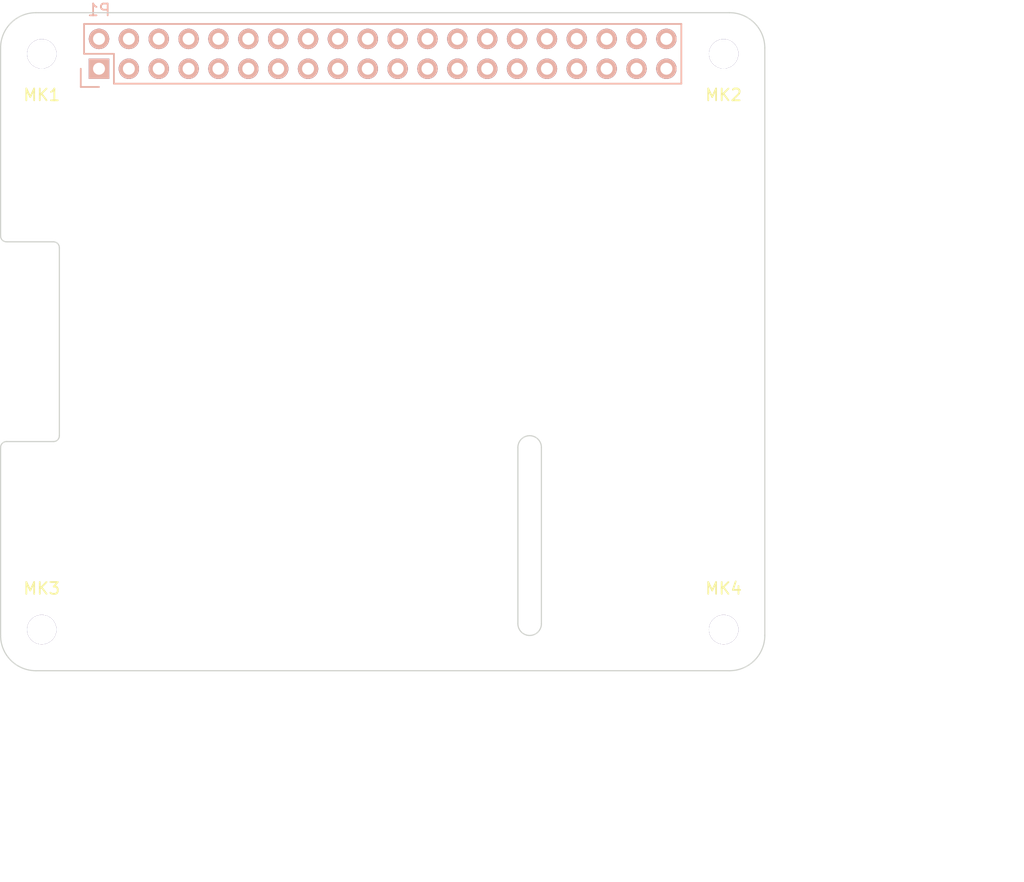
<source format=kicad_pcb>
(kicad_pcb (version 4) (host pcbnew 4.0.6)

  (general
    (links 10)
    (no_connects 10)
    (area 199.949999 92.155 287.050001 168.06)
    (thickness 1.6)
    (drawings 39)
    (tracks 0)
    (zones 0)
    (modules 5)
    (nets 31)
  )

  (page A3)
  (title_block
    (date "15 nov 2012")
  )

  (layers
    (0 F.Cu signal)
    (31 B.Cu signal)
    (32 B.Adhes user)
    (33 F.Adhes user)
    (34 B.Paste user)
    (35 F.Paste user)
    (36 B.SilkS user)
    (37 F.SilkS user)
    (38 B.Mask user)
    (39 F.Mask user)
    (40 Dwgs.User user)
    (41 Cmts.User user)
    (42 Eco1.User user)
    (43 Eco2.User user)
    (44 Edge.Cuts user)
  )

  (setup
    (last_trace_width 0.2)
    (trace_clearance 0.2)
    (zone_clearance 0.508)
    (zone_45_only no)
    (trace_min 0.1524)
    (segment_width 0.1)
    (edge_width 0.1)
    (via_size 0.9)
    (via_drill 0.6)
    (via_min_size 0.8)
    (via_min_drill 0.5)
    (uvia_size 0.5)
    (uvia_drill 0.1)
    (uvias_allowed no)
    (uvia_min_size 0.5)
    (uvia_min_drill 0.1)
    (pcb_text_width 0.3)
    (pcb_text_size 1 1)
    (mod_edge_width 0.15)
    (mod_text_size 1 1)
    (mod_text_width 0.15)
    (pad_size 2.5 2.5)
    (pad_drill 2.5)
    (pad_to_mask_clearance 0)
    (aux_axis_origin 200 150)
    (grid_origin 200 150)
    (visible_elements 7FFFFFFF)
    (pcbplotparams
      (layerselection 0x00030_80000001)
      (usegerberextensions true)
      (excludeedgelayer true)
      (linewidth 0.150000)
      (plotframeref false)
      (viasonmask false)
      (mode 1)
      (useauxorigin false)
      (hpglpennumber 1)
      (hpglpenspeed 20)
      (hpglpendiameter 15)
      (hpglpenoverlay 2)
      (psnegative false)
      (psa4output false)
      (plotreference true)
      (plotvalue true)
      (plotinvisibletext false)
      (padsonsilk false)
      (subtractmaskfromsilk false)
      (outputformat 1)
      (mirror false)
      (drillshape 1)
      (scaleselection 1)
      (outputdirectory ""))
  )

  (net 0 "")
  (net 1 +3V3)
  (net 2 +5V)
  (net 3 GND)
  (net 4 /ID_SD)
  (net 5 /ID_SC)
  (net 6 /GPIO5)
  (net 7 /GPIO6)
  (net 8 /GPIO12)
  (net 9 /GPIO13)
  (net 10 /GPIO19)
  (net 11 /GPIO20)
  (net 12 /GPIO26)
  (net 13 /GPIO21)
  (net 14 "/GPIO2(SDA1)")
  (net 15 "/GPIO3(SCL1)")
  (net 16 "/GPIO4(GCLK)")
  (net 17 "/GPIO14(TXD0)")
  (net 18 "/GPIO15(RXD0)")
  (net 19 "/GPIO17(GEN0)")
  (net 20 "/GPIO18(GEN1)")
  (net 21 "/GPIO27(GEN2)")
  (net 22 "/GPIO22(GEN3)")
  (net 23 "/GPIO23(GEN4)")
  (net 24 "/GPIO24(GEN5)")
  (net 25 "/GPIO10(SPI_MOSI)")
  (net 26 "/GPIO9(SPI_MISO)")
  (net 27 "/GPIO25(GEN6)")
  (net 28 "/GPIO11(SPI_CLK)")
  (net 29 "/GPIO8(SPI_CE0_N)")
  (net 30 "/GPIO7(SPI_CE1_N)")

  (net_class Default "This is the default net class."
    (clearance 0.2)
    (trace_width 0.2)
    (via_dia 0.9)
    (via_drill 0.6)
    (uvia_dia 0.5)
    (uvia_drill 0.1)
    (add_net +3V3)
    (add_net +5V)
    (add_net "/GPIO10(SPI_MOSI)")
    (add_net "/GPIO11(SPI_CLK)")
    (add_net /GPIO12)
    (add_net /GPIO13)
    (add_net "/GPIO14(TXD0)")
    (add_net "/GPIO15(RXD0)")
    (add_net "/GPIO17(GEN0)")
    (add_net "/GPIO18(GEN1)")
    (add_net /GPIO19)
    (add_net "/GPIO2(SDA1)")
    (add_net /GPIO20)
    (add_net /GPIO21)
    (add_net "/GPIO22(GEN3)")
    (add_net "/GPIO23(GEN4)")
    (add_net "/GPIO24(GEN5)")
    (add_net "/GPIO25(GEN6)")
    (add_net /GPIO26)
    (add_net "/GPIO27(GEN2)")
    (add_net "/GPIO3(SCL1)")
    (add_net "/GPIO4(GCLK)")
    (add_net /GPIO5)
    (add_net /GPIO6)
    (add_net "/GPIO7(SPI_CE1_N)")
    (add_net "/GPIO8(SPI_CE0_N)")
    (add_net "/GPIO9(SPI_MISO)")
    (add_net /ID_SC)
    (add_net /ID_SD)
    (add_net GND)
  )

  (net_class Power ""
    (clearance 0.2)
    (trace_width 0.5)
    (via_dia 1)
    (via_drill 0.7)
    (uvia_dia 0.5)
    (uvia_drill 0.1)
  )

  (module Mounting_Holes:MountingHole_2-5mm (layer F.Cu) (tedit 5834FC00) (tstamp 580CBA7A)
    (at 203.5 97.5 180)
    (descr "Mounting hole, Befestigungsbohrung, 2,5mm, No Annular, Kein Restring,")
    (tags "Mounting hole, Befestigungsbohrung, 2,5mm, No Annular, Kein Restring,")
    (path /5834FB2E)
    (fp_text reference MK1 (at 0 -3.50012 180) (layer F.SilkS)
      (effects (font (size 1 1) (thickness 0.15)))
    )
    (fp_text value M2.5 (at 0.09906 3.59918 180) (layer F.Fab)
      (effects (font (size 1 1) (thickness 0.15)))
    )
    (fp_circle (center 0 0) (end 2.5 0) (layer Cmts.User) (width 0.381))
    (pad 1 thru_hole circle (at 0 0 180) (size 2.5 2.5) (drill 2.5) (layers *.Cu *.Mask)
      (solder_mask_margin 1.25) (clearance 1.35))
  )

  (module Mounting_Holes:MountingHole_2-5mm (layer F.Cu) (tedit 5834FC0B) (tstamp 580CBAAE)
    (at 261.5 97.5 180)
    (descr "Mounting hole, Befestigungsbohrung, 2,5mm, No Annular, Kein Restring,")
    (tags "Mounting hole, Befestigungsbohrung, 2,5mm, No Annular, Kein Restring,")
    (path /5834FC19)
    (fp_text reference MK2 (at 0 -3.50012 180) (layer F.SilkS)
      (effects (font (size 1 1) (thickness 0.15)))
    )
    (fp_text value M2.5 (at 0.09906 3.59918 180) (layer F.Fab)
      (effects (font (size 1 1) (thickness 0.15)))
    )
    (fp_circle (center 0 0) (end 2.5 0) (layer Cmts.User) (width 0.381))
    (pad 1 thru_hole circle (at 0 0 180) (size 2.5 2.5) (drill 2.5) (layers *.Cu *.Mask)
      (solder_mask_margin 1.25) (clearance 1.35))
  )

  (module Mounting_Holes:MountingHole_2-5mm (layer F.Cu) (tedit 5834FC1C) (tstamp 580CBAC8)
    (at 203.5 146.5)
    (descr "Mounting hole, Befestigungsbohrung, 2,5mm, No Annular, Kein Restring,")
    (tags "Mounting hole, Befestigungsbohrung, 2,5mm, No Annular, Kein Restring,")
    (path /5834FBEF)
    (fp_text reference MK3 (at 0 -3.50012) (layer F.SilkS)
      (effects (font (size 1 1) (thickness 0.15)))
    )
    (fp_text value M2.5 (at 0.09906 3.59918) (layer F.Fab)
      (effects (font (size 1 1) (thickness 0.15)))
    )
    (fp_circle (center 0 0) (end 2.5 0) (layer Cmts.User) (width 0.381))
    (pad 1 thru_hole circle (at 0 0) (size 2.5 2.5) (drill 2.5) (layers *.Cu *.Mask)
      (solder_mask_margin 1.25) (clearance 1.35))
  )

  (module Socket_Strips:Socket_Strip_Straight_2x20 (layer B.Cu) (tedit 580C0D63) (tstamp 580C7F66)
    (at 208.37 98.77)
    (descr "Through hole socket strip")
    (tags "socket strip")
    (path /580C18BB)
    (fp_text reference P1 (at 0 -5.002) (layer B.SilkS)
      (effects (font (size 1 1) (thickness 0.15)) (justify mirror))
    )
    (fp_text value CONN_02X20 (at 0 3.1) (layer B.Fab)
      (effects (font (size 1 1) (thickness 0.15)) (justify mirror))
    )
    (fp_line (start -1.75 1.75) (end -1.75 -4.3) (layer B.CrtYd) (width 0.05))
    (fp_line (start 50.05 1.75) (end 50.05 -4.3) (layer B.CrtYd) (width 0.05))
    (fp_line (start -1.75 1.75) (end 50.05 1.75) (layer B.CrtYd) (width 0.05))
    (fp_line (start -1.75 -4.3) (end 50.05 -4.3) (layer B.CrtYd) (width 0.05))
    (fp_line (start 49.53 -3.81) (end -1.27 -3.81) (layer B.SilkS) (width 0.15))
    (fp_line (start 1.27 1.27) (end 49.53 1.27) (layer B.SilkS) (width 0.15))
    (fp_line (start 49.53 -3.81) (end 49.53 1.27) (layer B.SilkS) (width 0.15))
    (fp_line (start -1.27 -3.81) (end -1.27 -1.27) (layer B.SilkS) (width 0.15))
    (fp_line (start 0 1.55) (end -1.55 1.55) (layer B.SilkS) (width 0.15))
    (fp_line (start -1.27 -1.27) (end 1.27 -1.27) (layer B.SilkS) (width 0.15))
    (fp_line (start 1.27 -1.27) (end 1.27 1.27) (layer B.SilkS) (width 0.15))
    (fp_line (start -1.55 1.55) (end -1.55 0) (layer B.SilkS) (width 0.15))
    (pad 1 thru_hole rect (at 0 0) (size 1.7272 1.7272) (drill 1.016) (layers *.Cu *.Mask B.SilkS)
      (net 1 +3V3))
    (pad 2 thru_hole oval (at 0 -2.54) (size 1.7272 1.7272) (drill 1.016) (layers *.Cu *.Mask B.SilkS)
      (net 2 +5V))
    (pad 3 thru_hole oval (at 2.54 0) (size 1.7272 1.7272) (drill 1.016) (layers *.Cu *.Mask B.SilkS)
      (net 14 "/GPIO2(SDA1)"))
    (pad 4 thru_hole oval (at 2.54 -2.54) (size 1.7272 1.7272) (drill 1.016) (layers *.Cu *.Mask B.SilkS)
      (net 2 +5V))
    (pad 5 thru_hole oval (at 5.08 0) (size 1.7272 1.7272) (drill 1.016) (layers *.Cu *.Mask B.SilkS)
      (net 15 "/GPIO3(SCL1)"))
    (pad 6 thru_hole oval (at 5.08 -2.54) (size 1.7272 1.7272) (drill 1.016) (layers *.Cu *.Mask B.SilkS)
      (net 3 GND))
    (pad 7 thru_hole oval (at 7.62 0) (size 1.7272 1.7272) (drill 1.016) (layers *.Cu *.Mask B.SilkS)
      (net 16 "/GPIO4(GCLK)"))
    (pad 8 thru_hole oval (at 7.62 -2.54) (size 1.7272 1.7272) (drill 1.016) (layers *.Cu *.Mask B.SilkS)
      (net 17 "/GPIO14(TXD0)"))
    (pad 9 thru_hole oval (at 10.16 0) (size 1.7272 1.7272) (drill 1.016) (layers *.Cu *.Mask B.SilkS)
      (net 3 GND))
    (pad 10 thru_hole oval (at 10.16 -2.54) (size 1.7272 1.7272) (drill 1.016) (layers *.Cu *.Mask B.SilkS)
      (net 18 "/GPIO15(RXD0)"))
    (pad 11 thru_hole oval (at 12.7 0) (size 1.7272 1.7272) (drill 1.016) (layers *.Cu *.Mask B.SilkS)
      (net 19 "/GPIO17(GEN0)"))
    (pad 12 thru_hole oval (at 12.7 -2.54) (size 1.7272 1.7272) (drill 1.016) (layers *.Cu *.Mask B.SilkS)
      (net 20 "/GPIO18(GEN1)"))
    (pad 13 thru_hole oval (at 15.24 0) (size 1.7272 1.7272) (drill 1.016) (layers *.Cu *.Mask B.SilkS)
      (net 21 "/GPIO27(GEN2)"))
    (pad 14 thru_hole oval (at 15.24 -2.54) (size 1.7272 1.7272) (drill 1.016) (layers *.Cu *.Mask B.SilkS)
      (net 3 GND))
    (pad 15 thru_hole oval (at 17.78 0) (size 1.7272 1.7272) (drill 1.016) (layers *.Cu *.Mask B.SilkS)
      (net 22 "/GPIO22(GEN3)"))
    (pad 16 thru_hole oval (at 17.78 -2.54) (size 1.7272 1.7272) (drill 1.016) (layers *.Cu *.Mask B.SilkS)
      (net 23 "/GPIO23(GEN4)"))
    (pad 17 thru_hole oval (at 20.32 0) (size 1.7272 1.7272) (drill 1.016) (layers *.Cu *.Mask B.SilkS)
      (net 1 +3V3))
    (pad 18 thru_hole oval (at 20.32 -2.54) (size 1.7272 1.7272) (drill 1.016) (layers *.Cu *.Mask B.SilkS)
      (net 24 "/GPIO24(GEN5)"))
    (pad 19 thru_hole oval (at 22.86 0) (size 1.7272 1.7272) (drill 1.016) (layers *.Cu *.Mask B.SilkS)
      (net 25 "/GPIO10(SPI_MOSI)"))
    (pad 20 thru_hole oval (at 22.86 -2.54) (size 1.7272 1.7272) (drill 1.016) (layers *.Cu *.Mask B.SilkS)
      (net 3 GND))
    (pad 21 thru_hole oval (at 25.4 0) (size 1.7272 1.7272) (drill 1.016) (layers *.Cu *.Mask B.SilkS)
      (net 26 "/GPIO9(SPI_MISO)"))
    (pad 22 thru_hole oval (at 25.4 -2.54) (size 1.7272 1.7272) (drill 1.016) (layers *.Cu *.Mask B.SilkS)
      (net 27 "/GPIO25(GEN6)"))
    (pad 23 thru_hole oval (at 27.94 0) (size 1.7272 1.7272) (drill 1.016) (layers *.Cu *.Mask B.SilkS)
      (net 28 "/GPIO11(SPI_CLK)"))
    (pad 24 thru_hole oval (at 27.94 -2.54) (size 1.7272 1.7272) (drill 1.016) (layers *.Cu *.Mask B.SilkS)
      (net 29 "/GPIO8(SPI_CE0_N)"))
    (pad 25 thru_hole oval (at 30.48 0) (size 1.7272 1.7272) (drill 1.016) (layers *.Cu *.Mask B.SilkS)
      (net 3 GND))
    (pad 26 thru_hole oval (at 30.48 -2.54) (size 1.7272 1.7272) (drill 1.016) (layers *.Cu *.Mask B.SilkS)
      (net 30 "/GPIO7(SPI_CE1_N)"))
    (pad 27 thru_hole oval (at 33.02 0) (size 1.7272 1.7272) (drill 1.016) (layers *.Cu *.Mask B.SilkS)
      (net 4 /ID_SD))
    (pad 28 thru_hole oval (at 33.02 -2.54) (size 1.7272 1.7272) (drill 1.016) (layers *.Cu *.Mask B.SilkS)
      (net 5 /ID_SC))
    (pad 29 thru_hole oval (at 35.56 0) (size 1.7272 1.7272) (drill 1.016) (layers *.Cu *.Mask B.SilkS)
      (net 6 /GPIO5))
    (pad 30 thru_hole oval (at 35.56 -2.54) (size 1.7272 1.7272) (drill 1.016) (layers *.Cu *.Mask B.SilkS)
      (net 3 GND))
    (pad 31 thru_hole oval (at 38.1 0) (size 1.7272 1.7272) (drill 1.016) (layers *.Cu *.Mask B.SilkS)
      (net 7 /GPIO6))
    (pad 32 thru_hole oval (at 38.1 -2.54) (size 1.7272 1.7272) (drill 1.016) (layers *.Cu *.Mask B.SilkS)
      (net 8 /GPIO12))
    (pad 33 thru_hole oval (at 40.64 0) (size 1.7272 1.7272) (drill 1.016) (layers *.Cu *.Mask B.SilkS)
      (net 9 /GPIO13))
    (pad 34 thru_hole oval (at 40.64 -2.54) (size 1.7272 1.7272) (drill 1.016) (layers *.Cu *.Mask B.SilkS)
      (net 3 GND))
    (pad 35 thru_hole oval (at 43.18 0) (size 1.7272 1.7272) (drill 1.016) (layers *.Cu *.Mask B.SilkS)
      (net 10 /GPIO19))
    (pad 36 thru_hole oval (at 43.18 -2.54) (size 1.7272 1.7272) (drill 1.016) (layers *.Cu *.Mask B.SilkS)
      (net 11 /GPIO20))
    (pad 37 thru_hole oval (at 45.72 0) (size 1.7272 1.7272) (drill 1.016) (layers *.Cu *.Mask B.SilkS)
      (net 12 /GPIO26))
    (pad 38 thru_hole oval (at 45.72 -2.54) (size 1.7272 1.7272) (drill 1.016) (layers *.Cu *.Mask B.SilkS)
      (net 13 /GPIO21))
    (pad 39 thru_hole oval (at 48.26 0) (size 1.7272 1.7272) (drill 1.016) (layers *.Cu *.Mask B.SilkS)
      (net 3 GND))
    (pad 40 thru_hole oval (at 48.26 -2.54) (size 1.7272 1.7272) (drill 1.016) (layers *.Cu *.Mask B.SilkS)
      (net 3 GND))
    (model Socket_Strips.3dshapes/Socket_Strip_Straight_2x20.wrl
      (at (xyz 0.95 -0.05 0))
      (scale (xyz 1 1 1))
      (rotate (xyz 0 0 180))
    )
  )

  (module Mounting_Holes:MountingHole_2-5mm (layer F.Cu) (tedit 5834FC15) (tstamp 580CBAD7)
    (at 261.5 146.5)
    (descr "Mounting hole, Befestigungsbohrung, 2,5mm, No Annular, Kein Restring,")
    (tags "Mounting hole, Befestigungsbohrung, 2,5mm, No Annular, Kein Restring,")
    (path /5834FC4F)
    (fp_text reference MK4 (at 0 -3.50012) (layer F.SilkS)
      (effects (font (size 1 1) (thickness 0.15)))
    )
    (fp_text value M2.5 (at 0.09906 3.59918) (layer F.Fab)
      (effects (font (size 1 1) (thickness 0.15)))
    )
    (fp_circle (center 0 0) (end 2.5 0) (layer Cmts.User) (width 0.381))
    (pad 1 thru_hole circle (at 0 0) (size 2.5 2.5) (drill 2.5) (layers *.Cu *.Mask)
      (solder_mask_margin 1.25) (clearance 1.35))
  )

  (gr_line (start 244 146) (end 244 131) (layer Edge.Cuts) (width 0.1))
  (gr_line (start 246 131) (end 246 146) (layer Edge.Cuts) (width 0.1))
  (gr_arc (start 245 131) (end 244 131) (angle 180) (layer Edge.Cuts) (width 0.1))
  (gr_arc (start 245 146) (end 246 146) (angle 180) (layer Edge.Cuts) (width 0.1))
  (gr_arc (start 200.5 131) (end 200 131) (angle 89.9) (layer Edge.Cuts) (width 0.1))
  (gr_arc (start 204.5 130) (end 205 130) (angle 90) (layer Edge.Cuts) (width 0.1))
  (gr_arc (start 200.5 113) (end 200.5 113.5) (angle 90) (layer Edge.Cuts) (width 0.1))
  (gr_arc (start 204.5 114) (end 204.5 113.5) (angle 90) (layer Edge.Cuts) (width 0.1))
  (gr_line (start 200 113) (end 200 131) (layer Dwgs.User) (width 0.1))
  (gr_line (start 200 97) (end 200 113) (layer Edge.Cuts) (width 0.1))
  (gr_text DISPLAY (at 202.5 122 90) (layer Dwgs.User) (tstamp 580CBBFF)
    (effects (font (size 1 1) (thickness 0.15)))
  )
  (gr_text CAMERA (at 245 139 90) (layer Dwgs.User)
    (effects (font (size 1 1) (thickness 0.15)))
  )
  (gr_text RJ45 (at 276.2 139.84) (layer Dwgs.User) (tstamp 580CBBEB)
    (effects (font (size 2 2) (thickness 0.15)))
  )
  (gr_text USB (at 277.724 121.552) (layer Dwgs.User) (tstamp 580CBBE9)
    (effects (font (size 2 2) (thickness 0.15)))
  )
  (gr_text USB (at 278.232 102.248) (layer Dwgs.User)
    (effects (font (size 2 2) (thickness 0.15)))
  )
  (gr_arc (start 262 97) (end 262 94) (angle 90) (layer Edge.Cuts) (width 0.1))
  (gr_arc (start 262 147) (end 265 147) (angle 90) (layer Edge.Cuts) (width 0.1))
  (gr_arc (start 203 147) (end 203 150) (angle 90) (layer Edge.Cuts) (width 0.1))
  (gr_arc (start 203 97) (end 200 97) (angle 90) (layer Edge.Cuts) (width 0.1))
  (gr_line (start 269.9 114.45) (end 287 114.45) (layer Dwgs.User) (width 0.1))
  (gr_line (start 262 94) (end 203 94) (layer Edge.Cuts) (width 0.1))
  (gr_line (start 269.9 127.55) (end 269.9 114.45) (layer Dwgs.User) (width 0.1))
  (gr_line (start 287 127.55) (end 269.9 127.55) (layer Dwgs.User) (width 0.1))
  (gr_line (start 287 114.45) (end 287 127.55) (layer Dwgs.User) (width 0.1))
  (gr_line (start 204.5 130.5) (end 200.5 130.5) (layer Edge.Cuts) (width 0.1))
  (gr_line (start 205 114) (end 205 130) (layer Edge.Cuts) (width 0.1))
  (gr_line (start 200.5 113.5) (end 204.5 113.5) (layer Edge.Cuts) (width 0.1))
  (gr_line (start 266 147.675) (end 266 131.825) (layer Dwgs.User) (width 0.1))
  (gr_line (start 287 147.675) (end 266 147.675) (layer Dwgs.User) (width 0.1))
  (gr_line (start 287 131.825) (end 287 147.675) (layer Dwgs.User) (width 0.1))
  (gr_line (start 266 131.825) (end 287 131.825) (layer Dwgs.User) (width 0.1))
  (gr_line (start 265 147) (end 265 97) (layer Edge.Cuts) (width 0.1))
  (gr_line (start 203 150) (end 262 150) (layer Edge.Cuts) (width 0.1))
  (gr_line (start 200 131) (end 200 147) (layer Edge.Cuts) (width 0.1))
  (gr_line (start 269.9 109.455925) (end 269.9 96.355925) (layer Dwgs.User) (width 0.1))
  (gr_line (start 287 109.455925) (end 269.9 109.455925) (layer Dwgs.User) (width 0.1))
  (gr_line (start 287 96.355925) (end 287 109.455925) (layer Dwgs.User) (width 0.1))
  (gr_line (start 269.9 96.355925) (end 287 96.355925) (layer Dwgs.User) (width 0.1))
  (gr_text "RASPBERRY-PI 40-PIN ADDON BOARD\nVIEW FROM TOP\nNOTE: P1 SHOULD BE FITTED ON THE REVERSE OF THE BOARD\n\nADD EDGE CUTS FROM CAMERA AND DISPLAY PORTS AS REQUIRED" (at 200 160.16) (layer Dwgs.User)
    (effects (font (size 2 1.7) (thickness 0.12)) (justify left))
  )

)

</source>
